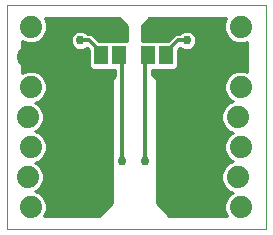
<source format=gbl>
G75*
%MOIN*%
%OFA0B0*%
%FSLAX24Y24*%
%IPPOS*%
%LPD*%
%AMOC8*
5,1,8,0,0,1.08239X$1,22.5*
%
%ADD10C,0.0000*%
%ADD11C,0.0740*%
%ADD12R,0.0460X0.0630*%
%ADD13C,0.0298*%
%ADD14C,0.0120*%
%ADD15C,0.0100*%
%ADD16C,0.0500*%
%ADD17C,0.0320*%
%ADD18C,0.0400*%
D10*
X000100Y000100D02*
X000100Y007580D01*
X008761Y007580D01*
X008761Y000100D01*
X000100Y000100D01*
D11*
X000900Y000850D03*
X000800Y001850D03*
X000900Y002850D03*
X000800Y003850D03*
X000900Y004850D03*
X000800Y005850D03*
X000900Y006850D03*
X007800Y005850D03*
X007900Y004850D03*
X007800Y003850D03*
X007900Y002850D03*
X007800Y001850D03*
X007900Y000850D03*
X007900Y006850D03*
D12*
X005420Y005907D03*
X004820Y005907D03*
X003845Y005907D03*
X003245Y005907D03*
D13*
X002561Y006399D03*
X006104Y006399D03*
X004726Y002364D03*
X003939Y002364D03*
D14*
X003939Y005813D01*
X003845Y005907D01*
X003245Y005907D02*
X003245Y006010D01*
X002856Y006399D01*
X002561Y006399D01*
X004726Y005813D02*
X004820Y005907D01*
X004726Y005813D02*
X004726Y002364D01*
X005420Y005907D02*
X005420Y006010D01*
X005809Y006399D01*
X006104Y006399D01*
D15*
X005883Y006629D02*
X005713Y006629D01*
X005579Y006494D01*
X005476Y006392D01*
X004600Y006392D01*
X004600Y006895D01*
X004835Y007130D01*
X007432Y007130D01*
X007360Y006957D01*
X007360Y006743D01*
X007442Y006544D01*
X007594Y006392D01*
X007793Y006310D01*
X008007Y006310D01*
X008100Y006348D01*
X008100Y005352D01*
X008007Y005390D01*
X007793Y005390D01*
X007594Y005308D01*
X007442Y005156D01*
X007360Y004957D01*
X007360Y004743D01*
X007442Y004544D01*
X007594Y004392D01*
X007646Y004371D01*
X007494Y004308D01*
X007342Y004156D01*
X007260Y003957D01*
X007260Y003743D01*
X007342Y003544D01*
X007494Y003392D01*
X007646Y003329D01*
X007594Y003308D01*
X007442Y003156D01*
X007360Y002957D01*
X007360Y002743D01*
X007442Y002544D01*
X007594Y002392D01*
X007646Y002371D01*
X007494Y002308D01*
X007342Y002156D01*
X007260Y001957D01*
X007260Y001743D01*
X007342Y001544D01*
X007494Y001392D01*
X007646Y001329D01*
X007594Y001308D01*
X007442Y001156D01*
X007360Y000957D01*
X007360Y000743D01*
X007440Y000550D01*
X005525Y000550D01*
X005100Y000975D01*
X005100Y005100D01*
X004956Y005244D01*
X004956Y005422D01*
X005120Y005422D01*
X005720Y005422D01*
X005820Y005522D01*
X005820Y006085D01*
X005893Y006159D01*
X005923Y006129D01*
X006041Y006080D01*
X006167Y006080D01*
X006285Y006129D01*
X006374Y006219D01*
X008100Y006219D01*
X008100Y006120D02*
X006264Y006120D01*
X006374Y006219D02*
X006423Y006336D01*
X006423Y006463D01*
X006374Y006580D01*
X006285Y006670D01*
X006167Y006718D01*
X006041Y006718D01*
X005923Y006670D01*
X005883Y006629D01*
X006024Y006711D02*
X004600Y006711D01*
X004600Y006613D02*
X005697Y006613D01*
X005599Y006514D02*
X004600Y006514D01*
X004600Y006416D02*
X005500Y006416D01*
X005855Y006120D02*
X005944Y006120D01*
X005820Y006022D02*
X008100Y006022D01*
X008100Y005923D02*
X005820Y005923D01*
X005820Y005825D02*
X008100Y005825D01*
X008100Y005726D02*
X005820Y005726D01*
X005820Y005628D02*
X008100Y005628D01*
X008100Y005529D02*
X005820Y005529D01*
X005729Y005431D02*
X008100Y005431D01*
X007653Y005332D02*
X004956Y005332D01*
X004966Y005234D02*
X007520Y005234D01*
X007434Y005135D02*
X005065Y005135D01*
X005100Y005037D02*
X007393Y005037D01*
X007360Y004938D02*
X005100Y004938D01*
X005100Y004840D02*
X007360Y004840D01*
X007361Y004741D02*
X005100Y004741D01*
X005100Y004643D02*
X007401Y004643D01*
X007442Y004544D02*
X005100Y004544D01*
X005100Y004446D02*
X007541Y004446D01*
X007590Y004347D02*
X005100Y004347D01*
X005100Y004249D02*
X007435Y004249D01*
X007340Y004150D02*
X005100Y004150D01*
X005100Y004052D02*
X007299Y004052D01*
X007260Y003953D02*
X005100Y003953D01*
X005100Y003855D02*
X007260Y003855D01*
X007260Y003756D02*
X005100Y003756D01*
X005100Y003658D02*
X007295Y003658D01*
X007336Y003559D02*
X005100Y003559D01*
X005100Y003461D02*
X007426Y003461D01*
X007566Y003362D02*
X005100Y003362D01*
X005100Y003264D02*
X007550Y003264D01*
X007452Y003165D02*
X005100Y003165D01*
X005100Y003067D02*
X007405Y003067D01*
X007365Y002968D02*
X005100Y002968D01*
X005100Y002870D02*
X007360Y002870D01*
X007360Y002771D02*
X005100Y002771D01*
X005100Y002673D02*
X007389Y002673D01*
X007430Y002574D02*
X005100Y002574D01*
X005100Y002476D02*
X007511Y002476D01*
X007630Y002377D02*
X005100Y002377D01*
X005100Y002279D02*
X007465Y002279D01*
X007367Y002180D02*
X005100Y002180D01*
X005100Y002082D02*
X007312Y002082D01*
X007271Y001983D02*
X005100Y001983D01*
X005100Y001885D02*
X007260Y001885D01*
X007260Y001786D02*
X005100Y001786D01*
X005100Y001688D02*
X007283Y001688D01*
X007323Y001589D02*
X005100Y001589D01*
X005100Y001491D02*
X007396Y001491D01*
X007494Y001392D02*
X005100Y001392D01*
X005100Y001294D02*
X007580Y001294D01*
X007482Y001195D02*
X005100Y001195D01*
X005100Y001097D02*
X007418Y001097D01*
X007377Y000998D02*
X005100Y000998D01*
X005175Y000900D02*
X007360Y000900D01*
X007360Y000801D02*
X005274Y000801D01*
X005372Y000703D02*
X007376Y000703D01*
X007417Y000604D02*
X005471Y000604D01*
X003600Y000975D02*
X003175Y000550D01*
X001360Y000550D01*
X001440Y000743D01*
X001440Y000957D01*
X001358Y001156D01*
X001206Y001308D01*
X001054Y001371D01*
X001106Y001392D01*
X001258Y001544D01*
X001340Y001743D01*
X001340Y001957D01*
X001258Y002156D01*
X001106Y002308D01*
X001054Y002329D01*
X001206Y002392D01*
X001358Y002544D01*
X001440Y002743D01*
X001440Y002957D01*
X001358Y003156D01*
X001206Y003308D01*
X001054Y003371D01*
X001106Y003392D01*
X001258Y003544D01*
X001340Y003743D01*
X001340Y003957D01*
X001258Y004156D01*
X001106Y004308D01*
X001054Y004329D01*
X001206Y004392D01*
X001358Y004544D01*
X001440Y004743D01*
X001440Y004957D01*
X001358Y005156D01*
X001206Y005308D01*
X001007Y005390D01*
X000793Y005390D01*
X000600Y005310D01*
X000600Y006390D01*
X000793Y006310D01*
X001007Y006310D01*
X001206Y006392D01*
X001358Y006544D01*
X001440Y006743D01*
X001440Y006957D01*
X001368Y007130D01*
X003865Y007130D01*
X004100Y006895D01*
X004100Y006392D01*
X003188Y006392D01*
X003086Y006494D01*
X002951Y006629D01*
X002782Y006629D01*
X002741Y006670D01*
X002624Y006718D01*
X002497Y006718D01*
X002380Y006670D01*
X002290Y006580D01*
X002242Y006463D01*
X002242Y006336D01*
X002290Y006219D01*
X000600Y006219D01*
X000600Y006120D02*
X002401Y006120D01*
X002380Y006129D02*
X002497Y006080D01*
X002624Y006080D01*
X002741Y006129D01*
X002771Y006159D01*
X002845Y006085D01*
X002845Y005522D01*
X002944Y005422D01*
X003709Y005422D01*
X003709Y005209D01*
X003600Y005100D01*
X003600Y000975D01*
X003600Y000998D02*
X001423Y000998D01*
X001440Y000900D02*
X003525Y000900D01*
X003426Y000801D02*
X001440Y000801D01*
X001424Y000703D02*
X003328Y000703D01*
X003229Y000604D02*
X001383Y000604D01*
X001382Y001097D02*
X003600Y001097D01*
X003600Y001195D02*
X001318Y001195D01*
X001220Y001294D02*
X003600Y001294D01*
X003600Y001392D02*
X001106Y001392D01*
X001204Y001491D02*
X003600Y001491D01*
X003600Y001589D02*
X001277Y001589D01*
X001317Y001688D02*
X003600Y001688D01*
X003600Y001786D02*
X001340Y001786D01*
X001340Y001885D02*
X003600Y001885D01*
X003600Y001983D02*
X001329Y001983D01*
X001288Y002082D02*
X003600Y002082D01*
X003600Y002180D02*
X001233Y002180D01*
X001135Y002279D02*
X003600Y002279D01*
X003600Y002377D02*
X001170Y002377D01*
X001289Y002476D02*
X003600Y002476D01*
X003600Y002574D02*
X001370Y002574D01*
X001411Y002673D02*
X003600Y002673D01*
X003600Y002771D02*
X001440Y002771D01*
X001440Y002870D02*
X003600Y002870D01*
X003600Y002968D02*
X001435Y002968D01*
X001395Y003067D02*
X003600Y003067D01*
X003600Y003165D02*
X001348Y003165D01*
X001250Y003264D02*
X003600Y003264D01*
X003600Y003362D02*
X001074Y003362D01*
X001174Y003461D02*
X003600Y003461D01*
X003600Y003559D02*
X001264Y003559D01*
X001305Y003658D02*
X003600Y003658D01*
X003600Y003756D02*
X001340Y003756D01*
X001340Y003855D02*
X003600Y003855D01*
X003600Y003953D02*
X001340Y003953D01*
X001301Y004052D02*
X003600Y004052D01*
X003600Y004150D02*
X001260Y004150D01*
X001165Y004249D02*
X003600Y004249D01*
X003600Y004347D02*
X001098Y004347D01*
X001259Y004446D02*
X003600Y004446D01*
X003600Y004544D02*
X001358Y004544D01*
X001399Y004643D02*
X003600Y004643D01*
X003600Y004741D02*
X001439Y004741D01*
X001440Y004840D02*
X003600Y004840D01*
X003600Y004938D02*
X001440Y004938D01*
X001407Y005037D02*
X003600Y005037D01*
X003635Y005135D02*
X001366Y005135D01*
X001280Y005234D02*
X003709Y005234D01*
X003709Y005332D02*
X001147Y005332D01*
X000653Y005332D02*
X000600Y005332D01*
X000600Y005431D02*
X002936Y005431D01*
X002845Y005529D02*
X000600Y005529D01*
X000600Y005628D02*
X002845Y005628D01*
X002845Y005726D02*
X000600Y005726D01*
X000600Y005825D02*
X002845Y005825D01*
X002845Y005923D02*
X000600Y005923D01*
X000600Y006022D02*
X002845Y006022D01*
X002810Y006120D02*
X002721Y006120D01*
X002380Y006129D02*
X002290Y006219D01*
X002249Y006317D02*
X001025Y006317D01*
X001230Y006416D02*
X002242Y006416D01*
X002263Y006514D02*
X001328Y006514D01*
X001386Y006613D02*
X002323Y006613D01*
X002481Y006711D02*
X001427Y006711D01*
X001440Y006810D02*
X004100Y006810D01*
X004100Y006711D02*
X002640Y006711D01*
X002968Y006613D02*
X004100Y006613D01*
X004100Y006514D02*
X003066Y006514D01*
X003165Y006416D02*
X004100Y006416D01*
X004600Y006810D02*
X007360Y006810D01*
X007360Y006908D02*
X004613Y006908D01*
X004712Y007007D02*
X007380Y007007D01*
X007421Y007105D02*
X004810Y007105D01*
X004087Y006908D02*
X001440Y006908D01*
X001420Y007007D02*
X003988Y007007D01*
X003890Y007105D02*
X001379Y007105D01*
X000775Y006317D02*
X000600Y006317D01*
X006184Y006711D02*
X007373Y006711D01*
X007414Y006613D02*
X006341Y006613D01*
X006401Y006514D02*
X007472Y006514D01*
X007570Y006416D02*
X006423Y006416D01*
X006415Y006317D02*
X007775Y006317D01*
X008025Y006317D02*
X008100Y006317D01*
D16*
X005350Y006850D03*
X003350Y006850D03*
D17*
X002475Y004100D03*
X006225Y004100D03*
D18*
X005850Y000725D03*
X002850Y000725D03*
M02*

</source>
